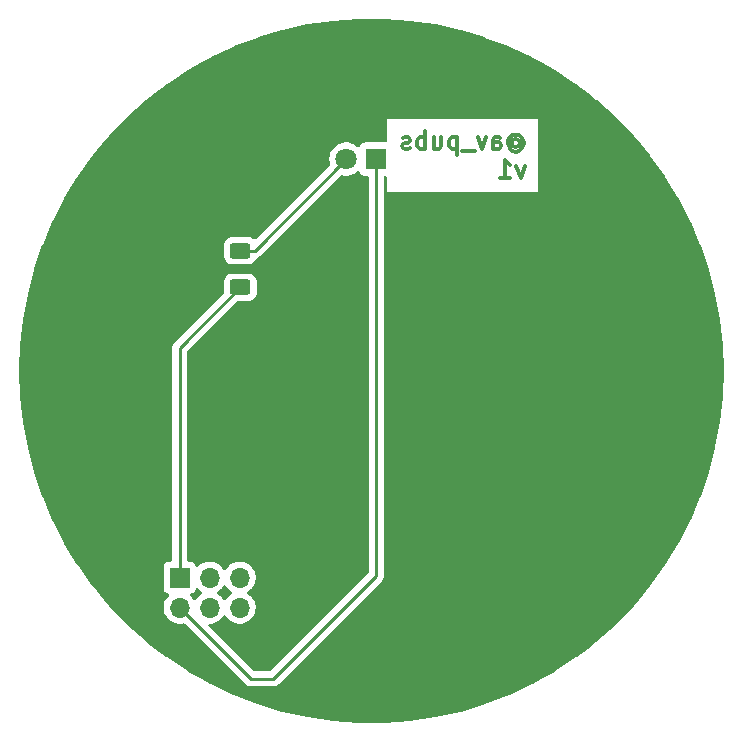
<source format=gbr>
G04 #@! TF.GenerationSoftware,KiCad,Pcbnew,(6.99.0-2452-gdb4f2d9dd8)*
G04 #@! TF.CreationDate,2022-08-02T22:01:28-05:00*
G04 #@! TF.ProjectId,TofG,546f6647-2e6b-4696-9361-645f70636258,rev?*
G04 #@! TF.SameCoordinates,Original*
G04 #@! TF.FileFunction,Copper,L2,Bot*
G04 #@! TF.FilePolarity,Positive*
%FSLAX46Y46*%
G04 Gerber Fmt 4.6, Leading zero omitted, Abs format (unit mm)*
G04 Created by KiCad (PCBNEW (6.99.0-2452-gdb4f2d9dd8)) date 2022-08-02 22:01:28*
%MOMM*%
%LPD*%
G01*
G04 APERTURE LIST*
G04 Aperture macros list*
%AMRoundRect*
0 Rectangle with rounded corners*
0 $1 Rounding radius*
0 $2 $3 $4 $5 $6 $7 $8 $9 X,Y pos of 4 corners*
0 Add a 4 corners polygon primitive as box body*
4,1,4,$2,$3,$4,$5,$6,$7,$8,$9,$2,$3,0*
0 Add four circle primitives for the rounded corners*
1,1,$1+$1,$2,$3*
1,1,$1+$1,$4,$5*
1,1,$1+$1,$6,$7*
1,1,$1+$1,$8,$9*
0 Add four rect primitives between the rounded corners*
20,1,$1+$1,$2,$3,$4,$5,0*
20,1,$1+$1,$4,$5,$6,$7,0*
20,1,$1+$1,$6,$7,$8,$9,0*
20,1,$1+$1,$8,$9,$2,$3,0*%
G04 Aperture macros list end*
%ADD10C,0.300000*%
G04 #@! TA.AperFunction,NonConductor*
%ADD11C,0.300000*%
G04 #@! TD*
G04 #@! TA.AperFunction,ComponentPad*
%ADD12C,1.800000*%
G04 #@! TD*
G04 #@! TA.AperFunction,ComponentPad*
%ADD13R,1.800000X1.800000*%
G04 #@! TD*
G04 #@! TA.AperFunction,ComponentPad*
%ADD14O,1.700000X1.700000*%
G04 #@! TD*
G04 #@! TA.AperFunction,ComponentPad*
%ADD15R,1.700000X1.700000*%
G04 #@! TD*
G04 #@! TA.AperFunction,SMDPad,CuDef*
%ADD16RoundRect,0.250000X-0.625000X0.400000X-0.625000X-0.400000X0.625000X-0.400000X0.625000X0.400000X0*%
G04 #@! TD*
G04 #@! TA.AperFunction,Conductor*
%ADD17C,0.250000*%
G04 #@! TD*
G04 APERTURE END LIST*
D10*
D11*
X81414285Y-58929285D02*
X81485714Y-58857857D01*
X81485714Y-58857857D02*
X81628571Y-58786428D01*
X81628571Y-58786428D02*
X81771428Y-58786428D01*
X81771428Y-58786428D02*
X81914285Y-58857857D01*
X81914285Y-58857857D02*
X81985714Y-58929285D01*
X81985714Y-58929285D02*
X82057142Y-59072142D01*
X82057142Y-59072142D02*
X82057142Y-59215000D01*
X82057142Y-59215000D02*
X81985714Y-59357857D01*
X81985714Y-59357857D02*
X81914285Y-59429285D01*
X81914285Y-59429285D02*
X81771428Y-59500714D01*
X81771428Y-59500714D02*
X81628571Y-59500714D01*
X81628571Y-59500714D02*
X81485714Y-59429285D01*
X81485714Y-59429285D02*
X81414285Y-59357857D01*
X81414285Y-58786428D02*
X81414285Y-59357857D01*
X81414285Y-59357857D02*
X81342857Y-59429285D01*
X81342857Y-59429285D02*
X81271428Y-59429285D01*
X81271428Y-59429285D02*
X81128571Y-59357857D01*
X81128571Y-59357857D02*
X81057142Y-59215000D01*
X81057142Y-59215000D02*
X81057142Y-58857857D01*
X81057142Y-58857857D02*
X81200000Y-58643571D01*
X81200000Y-58643571D02*
X81414285Y-58500714D01*
X81414285Y-58500714D02*
X81700000Y-58429285D01*
X81700000Y-58429285D02*
X81985714Y-58500714D01*
X81985714Y-58500714D02*
X82200000Y-58643571D01*
X82200000Y-58643571D02*
X82342857Y-58857857D01*
X82342857Y-58857857D02*
X82414285Y-59143571D01*
X82414285Y-59143571D02*
X82342857Y-59429285D01*
X82342857Y-59429285D02*
X82200000Y-59643571D01*
X82200000Y-59643571D02*
X81985714Y-59786428D01*
X81985714Y-59786428D02*
X81700000Y-59857857D01*
X81700000Y-59857857D02*
X81414285Y-59786428D01*
X81414285Y-59786428D02*
X81200000Y-59643571D01*
X79771429Y-59643571D02*
X79771429Y-58857857D01*
X79771429Y-58857857D02*
X79842857Y-58715000D01*
X79842857Y-58715000D02*
X79985714Y-58643571D01*
X79985714Y-58643571D02*
X80271429Y-58643571D01*
X80271429Y-58643571D02*
X80414286Y-58715000D01*
X79771429Y-59572142D02*
X79914286Y-59643571D01*
X79914286Y-59643571D02*
X80271429Y-59643571D01*
X80271429Y-59643571D02*
X80414286Y-59572142D01*
X80414286Y-59572142D02*
X80485714Y-59429285D01*
X80485714Y-59429285D02*
X80485714Y-59286428D01*
X80485714Y-59286428D02*
X80414286Y-59143571D01*
X80414286Y-59143571D02*
X80271429Y-59072142D01*
X80271429Y-59072142D02*
X79914286Y-59072142D01*
X79914286Y-59072142D02*
X79771429Y-59000714D01*
X79200000Y-58643571D02*
X78842857Y-59643571D01*
X78842857Y-59643571D02*
X78485714Y-58643571D01*
X78271429Y-59786428D02*
X77128571Y-59786428D01*
X76771429Y-58643571D02*
X76771429Y-60143571D01*
X76771429Y-58715000D02*
X76628572Y-58643571D01*
X76628572Y-58643571D02*
X76342857Y-58643571D01*
X76342857Y-58643571D02*
X76200000Y-58715000D01*
X76200000Y-58715000D02*
X76128572Y-58786428D01*
X76128572Y-58786428D02*
X76057143Y-58929285D01*
X76057143Y-58929285D02*
X76057143Y-59357857D01*
X76057143Y-59357857D02*
X76128572Y-59500714D01*
X76128572Y-59500714D02*
X76200000Y-59572142D01*
X76200000Y-59572142D02*
X76342857Y-59643571D01*
X76342857Y-59643571D02*
X76628572Y-59643571D01*
X76628572Y-59643571D02*
X76771429Y-59572142D01*
X74771429Y-58643571D02*
X74771429Y-59643571D01*
X75414286Y-58643571D02*
X75414286Y-59429285D01*
X75414286Y-59429285D02*
X75342857Y-59572142D01*
X75342857Y-59572142D02*
X75200000Y-59643571D01*
X75200000Y-59643571D02*
X74985714Y-59643571D01*
X74985714Y-59643571D02*
X74842857Y-59572142D01*
X74842857Y-59572142D02*
X74771429Y-59500714D01*
X74057143Y-59643571D02*
X74057143Y-58143571D01*
X74057143Y-58715000D02*
X73914286Y-58643571D01*
X73914286Y-58643571D02*
X73628571Y-58643571D01*
X73628571Y-58643571D02*
X73485714Y-58715000D01*
X73485714Y-58715000D02*
X73414286Y-58786428D01*
X73414286Y-58786428D02*
X73342857Y-58929285D01*
X73342857Y-58929285D02*
X73342857Y-59357857D01*
X73342857Y-59357857D02*
X73414286Y-59500714D01*
X73414286Y-59500714D02*
X73485714Y-59572142D01*
X73485714Y-59572142D02*
X73628571Y-59643571D01*
X73628571Y-59643571D02*
X73914286Y-59643571D01*
X73914286Y-59643571D02*
X74057143Y-59572142D01*
X72771428Y-59572142D02*
X72628571Y-59643571D01*
X72628571Y-59643571D02*
X72342857Y-59643571D01*
X72342857Y-59643571D02*
X72200000Y-59572142D01*
X72200000Y-59572142D02*
X72128571Y-59429285D01*
X72128571Y-59429285D02*
X72128571Y-59357857D01*
X72128571Y-59357857D02*
X72200000Y-59215000D01*
X72200000Y-59215000D02*
X72342857Y-59143571D01*
X72342857Y-59143571D02*
X72557143Y-59143571D01*
X72557143Y-59143571D02*
X72700000Y-59072142D01*
X72700000Y-59072142D02*
X72771428Y-58929285D01*
X72771428Y-58929285D02*
X72771428Y-58857857D01*
X72771428Y-58857857D02*
X72700000Y-58715000D01*
X72700000Y-58715000D02*
X72557143Y-58643571D01*
X72557143Y-58643571D02*
X72342857Y-58643571D01*
X72342857Y-58643571D02*
X72200000Y-58715000D01*
X82485714Y-61073571D02*
X82128571Y-62073571D01*
X82128571Y-62073571D02*
X81771428Y-61073571D01*
X80414285Y-62073571D02*
X81271428Y-62073571D01*
X80842857Y-62073571D02*
X80842857Y-60573571D01*
X80842857Y-60573571D02*
X80985714Y-60787857D01*
X80985714Y-60787857D02*
X81128571Y-60930714D01*
X81128571Y-60930714D02*
X81271428Y-61002142D01*
D12*
X67360000Y-60500000D03*
D13*
X69899999Y-60499999D03*
D14*
X58339999Y-98469999D03*
X58339999Y-95929999D03*
X55799999Y-98469999D03*
X55799999Y-95929999D03*
X53259999Y-98469999D03*
D15*
X53259999Y-95929999D03*
D16*
X58400000Y-68250000D03*
X58400000Y-71350000D03*
D17*
X69900000Y-95800000D02*
X61200000Y-104500000D01*
X69900000Y-60500000D02*
X69900000Y-95800000D01*
X59290000Y-104500000D02*
X53260000Y-98470000D01*
X61200000Y-104500000D02*
X59290000Y-104500000D01*
X58400000Y-68250000D02*
X59610000Y-68250000D01*
X59610000Y-68250000D02*
X67360000Y-60500000D01*
X53260000Y-95930000D02*
X53260000Y-76490000D01*
X53260000Y-76490000D02*
X58400000Y-71350000D01*
G04 #@! TA.AperFunction,NonConductor*
G36*
X54783439Y-96841388D02*
G01*
X54815755Y-96866638D01*
X54836526Y-96889201D01*
X54876760Y-96932906D01*
X55054424Y-97071189D01*
X55059005Y-97073668D01*
X55087680Y-97089186D01*
X55138071Y-97139199D01*
X55153423Y-97208516D01*
X55128863Y-97275129D01*
X55087681Y-97310813D01*
X55054424Y-97328811D01*
X55050313Y-97332010D01*
X55050311Y-97332012D01*
X54895861Y-97452227D01*
X54876760Y-97467094D01*
X54873228Y-97470931D01*
X54727806Y-97628899D01*
X54727803Y-97628903D01*
X54724278Y-97632732D01*
X54721427Y-97637096D01*
X54635483Y-97768643D01*
X54581479Y-97814732D01*
X54511132Y-97824307D01*
X54446774Y-97794330D01*
X54424517Y-97768643D01*
X54338573Y-97637096D01*
X54335722Y-97632732D01*
X54332197Y-97628903D01*
X54332194Y-97628899D01*
X54192525Y-97477180D01*
X54161104Y-97413515D01*
X54169091Y-97342969D01*
X54213949Y-97287940D01*
X54241191Y-97273787D01*
X54356204Y-97230889D01*
X54368536Y-97221658D01*
X54466050Y-97148659D01*
X54473261Y-97143261D01*
X54560889Y-97026204D01*
X54604998Y-96907944D01*
X54647545Y-96851108D01*
X54714065Y-96826297D01*
X54783439Y-96841388D01*
G37*
G04 #@! TD.AperFunction*
G04 #@! TA.AperFunction,NonConductor*
G36*
X57153226Y-96605670D02*
G01*
X57175483Y-96631357D01*
X57264278Y-96767268D01*
X57267803Y-96771097D01*
X57267806Y-96771101D01*
X57332511Y-96841388D01*
X57416760Y-96932906D01*
X57594424Y-97071189D01*
X57599005Y-97073668D01*
X57627680Y-97089186D01*
X57678071Y-97139199D01*
X57693423Y-97208516D01*
X57668863Y-97275129D01*
X57627681Y-97310813D01*
X57594424Y-97328811D01*
X57590313Y-97332010D01*
X57590311Y-97332012D01*
X57435861Y-97452227D01*
X57416760Y-97467094D01*
X57413228Y-97470931D01*
X57267806Y-97628899D01*
X57267803Y-97628903D01*
X57264278Y-97632732D01*
X57261427Y-97637096D01*
X57175483Y-97768643D01*
X57121479Y-97814732D01*
X57051132Y-97824307D01*
X56986774Y-97794330D01*
X56964517Y-97768643D01*
X56878573Y-97637096D01*
X56875722Y-97632732D01*
X56872197Y-97628903D01*
X56872194Y-97628899D01*
X56726772Y-97470931D01*
X56723240Y-97467094D01*
X56704139Y-97452227D01*
X56549689Y-97332012D01*
X56549687Y-97332010D01*
X56545576Y-97328811D01*
X56512320Y-97310814D01*
X56461929Y-97260801D01*
X56446577Y-97191484D01*
X56471137Y-97124871D01*
X56512320Y-97089186D01*
X56540995Y-97073668D01*
X56545576Y-97071189D01*
X56723240Y-96932906D01*
X56807489Y-96841388D01*
X56872194Y-96771101D01*
X56872197Y-96771097D01*
X56875722Y-96767268D01*
X56964517Y-96631357D01*
X57018521Y-96585268D01*
X57088868Y-96575693D01*
X57153226Y-96605670D01*
G37*
G04 #@! TD.AperFunction*
G04 #@! TA.AperFunction,NonConductor*
G36*
X70563030Y-48619918D02*
G01*
X70577708Y-48620186D01*
X70586953Y-48620355D01*
X70591549Y-48620523D01*
X70615456Y-48621834D01*
X70617718Y-48621979D01*
X72733557Y-48776838D01*
X72735839Y-48777026D01*
X72750332Y-48778353D01*
X72759665Y-48779208D01*
X72764240Y-48779712D01*
X72787940Y-48782759D01*
X72790219Y-48783073D01*
X74889107Y-49091966D01*
X74891378Y-49092321D01*
X74914988Y-49096237D01*
X74919516Y-49097074D01*
X74942849Y-49101826D01*
X74945100Y-49102305D01*
X77015973Y-49563612D01*
X77018214Y-49564133D01*
X77041391Y-49569742D01*
X77045847Y-49570907D01*
X77068810Y-49577361D01*
X77071017Y-49578003D01*
X79102606Y-50189216D01*
X79104804Y-50189899D01*
X79127588Y-50197210D01*
X79131924Y-50198689D01*
X79154407Y-50206821D01*
X79156562Y-50207623D01*
X81138083Y-50965491D01*
X81140222Y-50966332D01*
X81162389Y-50975277D01*
X81166628Y-50977078D01*
X81188464Y-50986832D01*
X81190557Y-50987790D01*
X83111455Y-51888270D01*
X83113506Y-51889254D01*
X83135004Y-51899815D01*
X83139072Y-51901907D01*
X83160141Y-51913231D01*
X83162157Y-51914338D01*
X83846244Y-52298266D01*
X85012253Y-52952662D01*
X85014156Y-52953753D01*
X85028105Y-52961920D01*
X85034844Y-52965866D01*
X85038732Y-52968238D01*
X85059040Y-52981147D01*
X85060758Y-52982261D01*
X86396061Y-53865689D01*
X86830182Y-54152901D01*
X86832088Y-54154188D01*
X86851797Y-54167751D01*
X86855525Y-54170417D01*
X86872214Y-54182824D01*
X86874714Y-54184683D01*
X86876546Y-54186071D01*
X87799463Y-54898724D01*
X88555767Y-55482723D01*
X88557547Y-55484124D01*
X88576182Y-55499065D01*
X88579697Y-55501990D01*
X88596066Y-55516126D01*
X88597792Y-55517617D01*
X88599517Y-55519135D01*
X90179549Y-56934850D01*
X90181248Y-56936400D01*
X90198784Y-56952699D01*
X90202098Y-56955895D01*
X90218969Y-56972766D01*
X90220582Y-56974408D01*
X91693075Y-58501699D01*
X91694655Y-58503368D01*
X91710943Y-58520891D01*
X91713993Y-58524294D01*
X91729653Y-58542427D01*
X91731088Y-58544120D01*
X92283735Y-59208194D01*
X93088210Y-60174872D01*
X93089665Y-60176655D01*
X93104592Y-60195273D01*
X93107404Y-60198914D01*
X93121687Y-60218126D01*
X93122968Y-60219882D01*
X94320113Y-61893182D01*
X94357430Y-61945342D01*
X94358748Y-61947221D01*
X94366926Y-61959104D01*
X94372315Y-61966934D01*
X94374847Y-61970761D01*
X94387694Y-61990974D01*
X94388908Y-61992923D01*
X95494054Y-63803773D01*
X95495236Y-63805750D01*
X95507340Y-63826424D01*
X95509589Y-63830432D01*
X95520885Y-63851448D01*
X95521958Y-63853488D01*
X96492002Y-65740236D01*
X96493036Y-65742294D01*
X96503584Y-65763766D01*
X96505538Y-65767933D01*
X96515280Y-65789743D01*
X96516199Y-65791852D01*
X97345941Y-67744399D01*
X97346821Y-67746525D01*
X97355754Y-67768661D01*
X97357398Y-67772958D01*
X97365545Y-67795483D01*
X97366308Y-67797656D01*
X98051292Y-69805508D01*
X98052015Y-69807692D01*
X98059317Y-69830447D01*
X98060645Y-69834861D01*
X98067091Y-69857801D01*
X98067692Y-69860016D01*
X98604312Y-71912610D01*
X98604873Y-71914839D01*
X98610497Y-71938075D01*
X98611491Y-71942540D01*
X98615206Y-71960781D01*
X98616260Y-71965956D01*
X98616698Y-71968211D01*
X99002050Y-74054475D01*
X99002447Y-74056738D01*
X99006362Y-74080341D01*
X99007021Y-74084814D01*
X99010067Y-74108507D01*
X99010339Y-74110789D01*
X99242379Y-76219643D01*
X99242610Y-76221933D01*
X99244788Y-76245715D01*
X99245124Y-76250306D01*
X99246431Y-76274138D01*
X99246536Y-76276436D01*
X99324019Y-78396558D01*
X99324082Y-78398857D01*
X99324519Y-78422757D01*
X99324519Y-78427363D01*
X99324082Y-78451263D01*
X99324019Y-78453562D01*
X99246536Y-80573684D01*
X99246431Y-80575982D01*
X99245124Y-80599814D01*
X99244788Y-80604405D01*
X99242610Y-80628187D01*
X99242379Y-80630477D01*
X99010339Y-82739331D01*
X99010073Y-82741560D01*
X99007021Y-82765306D01*
X99006362Y-82769779D01*
X99002967Y-82790246D01*
X99002447Y-82793382D01*
X99002050Y-82795645D01*
X98616698Y-84881909D01*
X98616260Y-84884164D01*
X98611491Y-84907580D01*
X98610497Y-84912045D01*
X98604873Y-84935281D01*
X98604312Y-84937510D01*
X98067692Y-86990104D01*
X98067091Y-86992319D01*
X98060645Y-87015259D01*
X98059317Y-87019673D01*
X98052015Y-87042428D01*
X98051292Y-87044612D01*
X97366308Y-89052464D01*
X97365545Y-89054637D01*
X97357398Y-89077162D01*
X97355754Y-89081459D01*
X97346821Y-89103595D01*
X97345941Y-89105721D01*
X96516199Y-91058268D01*
X96515280Y-91060377D01*
X96505538Y-91082187D01*
X96503584Y-91086354D01*
X96493036Y-91107826D01*
X96492002Y-91109884D01*
X95521958Y-92996632D01*
X95520885Y-92998672D01*
X95509589Y-93019688D01*
X95507340Y-93023696D01*
X95495236Y-93044370D01*
X95494054Y-93046347D01*
X94388908Y-94857197D01*
X94387694Y-94859146D01*
X94374847Y-94879359D01*
X94372315Y-94883186D01*
X94366926Y-94891016D01*
X94358748Y-94902899D01*
X94357433Y-94904774D01*
X93122968Y-96630238D01*
X93121687Y-96631994D01*
X93107404Y-96651206D01*
X93104592Y-96654847D01*
X93089665Y-96673465D01*
X93088218Y-96675238D01*
X92131956Y-97824307D01*
X91731088Y-98306000D01*
X91729653Y-98307693D01*
X91713993Y-98325826D01*
X91710943Y-98329229D01*
X91694655Y-98346752D01*
X91693075Y-98348421D01*
X90220582Y-99875712D01*
X90218969Y-99877354D01*
X90202098Y-99894225D01*
X90198784Y-99897421D01*
X90181248Y-99913720D01*
X90179549Y-99915270D01*
X88599517Y-101330985D01*
X88597792Y-101332503D01*
X88579697Y-101348130D01*
X88576182Y-101351055D01*
X88557547Y-101365996D01*
X88555767Y-101367397D01*
X87799463Y-101951396D01*
X86876546Y-102664049D01*
X86874714Y-102665437D01*
X86855525Y-102679703D01*
X86851797Y-102682369D01*
X86832088Y-102695932D01*
X86830182Y-102697219D01*
X85060758Y-103867859D01*
X85059040Y-103868973D01*
X85038732Y-103881882D01*
X85034844Y-103884254D01*
X85014156Y-103896367D01*
X85012253Y-103897458D01*
X83846244Y-104551854D01*
X83162157Y-104935782D01*
X83160141Y-104936889D01*
X83139072Y-104948213D01*
X83135004Y-104950305D01*
X83116560Y-104959366D01*
X83113527Y-104960856D01*
X83111455Y-104961850D01*
X81190557Y-105862330D01*
X81188464Y-105863288D01*
X81166628Y-105873042D01*
X81162389Y-105874843D01*
X81140222Y-105883788D01*
X81138083Y-105884629D01*
X79156562Y-106642497D01*
X79154409Y-106643298D01*
X79131924Y-106651431D01*
X79127588Y-106652910D01*
X79104804Y-106660221D01*
X79102606Y-106660904D01*
X77071017Y-107272117D01*
X77068810Y-107272759D01*
X77045847Y-107279213D01*
X77041391Y-107280378D01*
X77018214Y-107285987D01*
X77015973Y-107286508D01*
X74945100Y-107747815D01*
X74942849Y-107748294D01*
X74919516Y-107753046D01*
X74914988Y-107753883D01*
X74891378Y-107757799D01*
X74889107Y-107758154D01*
X72790219Y-108067047D01*
X72787940Y-108067361D01*
X72764240Y-108070408D01*
X72759665Y-108070912D01*
X72750332Y-108071767D01*
X72735839Y-108073094D01*
X72733560Y-108073282D01*
X70617718Y-108228141D01*
X70615456Y-108228286D01*
X70591549Y-108229597D01*
X70586953Y-108229765D01*
X70577708Y-108229934D01*
X70563030Y-108230202D01*
X70560731Y-108230223D01*
X68439269Y-108230223D01*
X68436970Y-108230202D01*
X68422292Y-108229934D01*
X68413047Y-108229765D01*
X68408451Y-108229597D01*
X68384544Y-108228286D01*
X68382282Y-108228141D01*
X66266440Y-108073282D01*
X66264161Y-108073094D01*
X66249668Y-108071767D01*
X66240335Y-108070912D01*
X66235760Y-108070408D01*
X66212060Y-108067361D01*
X66209781Y-108067047D01*
X64110893Y-107758154D01*
X64108622Y-107757799D01*
X64085012Y-107753883D01*
X64080484Y-107753046D01*
X64057151Y-107748294D01*
X64054900Y-107747815D01*
X61984027Y-107286508D01*
X61981786Y-107285987D01*
X61958609Y-107280378D01*
X61954153Y-107279213D01*
X61931190Y-107272759D01*
X61928983Y-107272117D01*
X59897394Y-106660904D01*
X59895196Y-106660221D01*
X59872412Y-106652910D01*
X59868076Y-106651431D01*
X59845591Y-106643298D01*
X59843438Y-106642497D01*
X57861917Y-105884629D01*
X57859778Y-105883788D01*
X57837611Y-105874843D01*
X57833372Y-105873042D01*
X57811536Y-105863288D01*
X57809443Y-105862330D01*
X55888545Y-104961850D01*
X55886473Y-104960856D01*
X55883440Y-104959366D01*
X55864996Y-104950305D01*
X55860928Y-104948213D01*
X55839859Y-104936889D01*
X55837843Y-104935782D01*
X55153756Y-104551854D01*
X53987747Y-103897458D01*
X53985844Y-103896367D01*
X53965156Y-103884254D01*
X53961268Y-103881882D01*
X53940960Y-103868973D01*
X53939242Y-103867859D01*
X52169818Y-102697219D01*
X52167912Y-102695932D01*
X52148203Y-102682369D01*
X52144475Y-102679703D01*
X52125286Y-102665437D01*
X52123454Y-102664049D01*
X51200537Y-101951396D01*
X50444233Y-101367397D01*
X50442453Y-101365996D01*
X50423818Y-101351055D01*
X50420303Y-101348130D01*
X50402208Y-101332503D01*
X50400483Y-101330985D01*
X48820451Y-99915270D01*
X48818752Y-99913720D01*
X48801216Y-99897421D01*
X48797902Y-99894225D01*
X48781031Y-99877354D01*
X48779418Y-99875712D01*
X47424142Y-98470000D01*
X51896844Y-98470000D01*
X51915436Y-98694368D01*
X51970704Y-98912616D01*
X52061140Y-99118791D01*
X52063990Y-99123153D01*
X52063992Y-99123157D01*
X52065535Y-99125518D01*
X52184278Y-99307268D01*
X52187803Y-99311097D01*
X52187806Y-99311101D01*
X52289360Y-99421417D01*
X52336760Y-99472906D01*
X52514424Y-99611189D01*
X52712426Y-99718342D01*
X52925365Y-99791444D01*
X52930499Y-99792301D01*
X52930504Y-99792302D01*
X53142294Y-99827643D01*
X53142296Y-99827643D01*
X53147431Y-99828500D01*
X53372569Y-99828500D01*
X53377704Y-99827643D01*
X53377706Y-99827643D01*
X53589501Y-99792301D01*
X53589504Y-99792300D01*
X53594635Y-99791444D01*
X53597924Y-99790315D01*
X53668364Y-99792965D01*
X53717442Y-99823346D01*
X58786348Y-104892253D01*
X58793888Y-104900539D01*
X58798000Y-104907018D01*
X58803777Y-104912443D01*
X58847651Y-104953643D01*
X58850493Y-104956398D01*
X58870230Y-104976135D01*
X58873427Y-104978615D01*
X58882447Y-104986318D01*
X58914679Y-105016586D01*
X58921625Y-105020405D01*
X58921628Y-105020407D01*
X58932434Y-105026348D01*
X58948953Y-105037199D01*
X58964959Y-105049614D01*
X58972228Y-105052759D01*
X58972232Y-105052762D01*
X59005537Y-105067174D01*
X59016187Y-105072391D01*
X59054940Y-105093695D01*
X59062615Y-105095666D01*
X59062616Y-105095666D01*
X59074562Y-105098733D01*
X59093267Y-105105137D01*
X59111855Y-105113181D01*
X59119678Y-105114420D01*
X59119688Y-105114423D01*
X59155524Y-105120099D01*
X59167144Y-105122505D01*
X59198959Y-105130673D01*
X59209970Y-105133500D01*
X59230224Y-105133500D01*
X59249934Y-105135051D01*
X59269943Y-105138220D01*
X59277835Y-105137474D01*
X59296580Y-105135702D01*
X59313962Y-105134059D01*
X59325819Y-105133500D01*
X61121233Y-105133500D01*
X61132416Y-105134027D01*
X61139909Y-105135702D01*
X61147835Y-105135453D01*
X61147836Y-105135453D01*
X61207986Y-105133562D01*
X61211945Y-105133500D01*
X61239856Y-105133500D01*
X61243791Y-105133003D01*
X61243856Y-105132995D01*
X61255693Y-105132062D01*
X61287951Y-105131048D01*
X61291970Y-105130922D01*
X61299889Y-105130673D01*
X61319343Y-105125021D01*
X61338700Y-105121013D01*
X61350930Y-105119468D01*
X61350931Y-105119468D01*
X61358797Y-105118474D01*
X61366168Y-105115555D01*
X61366170Y-105115555D01*
X61399912Y-105102196D01*
X61411142Y-105098351D01*
X61445983Y-105088229D01*
X61445984Y-105088229D01*
X61453593Y-105086018D01*
X61460412Y-105081985D01*
X61460417Y-105081983D01*
X61471028Y-105075707D01*
X61488776Y-105067012D01*
X61507617Y-105059552D01*
X61543387Y-105033564D01*
X61553307Y-105027048D01*
X61584535Y-105008580D01*
X61584538Y-105008578D01*
X61591362Y-105004542D01*
X61605683Y-104990221D01*
X61620717Y-104977380D01*
X61630694Y-104970131D01*
X61637107Y-104965472D01*
X61665298Y-104931395D01*
X61673288Y-104922616D01*
X70292253Y-96303652D01*
X70300539Y-96296112D01*
X70307018Y-96292000D01*
X70353644Y-96242348D01*
X70356398Y-96239507D01*
X70376135Y-96219770D01*
X70378615Y-96216573D01*
X70386320Y-96207551D01*
X70411159Y-96181100D01*
X70416586Y-96175321D01*
X70420405Y-96168375D01*
X70420407Y-96168372D01*
X70426348Y-96157566D01*
X70437199Y-96141047D01*
X70444758Y-96131301D01*
X70449614Y-96125041D01*
X70452759Y-96117772D01*
X70452762Y-96117768D01*
X70467174Y-96084463D01*
X70472391Y-96073813D01*
X70493695Y-96035060D01*
X70498733Y-96015437D01*
X70505137Y-95996734D01*
X70510033Y-95985420D01*
X70510033Y-95985419D01*
X70513181Y-95978145D01*
X70514420Y-95970322D01*
X70514423Y-95970312D01*
X70520099Y-95934476D01*
X70522505Y-95922856D01*
X70531528Y-95887711D01*
X70531528Y-95887710D01*
X70533500Y-95880030D01*
X70533500Y-95859776D01*
X70535051Y-95840065D01*
X70536980Y-95827886D01*
X70538220Y-95820057D01*
X70534059Y-95776038D01*
X70533500Y-95764181D01*
X70533500Y-62034500D01*
X70553502Y-61966379D01*
X70607158Y-61919886D01*
X70659500Y-61908500D01*
X70683357Y-61908500D01*
X70751478Y-61928502D01*
X70797971Y-61982158D01*
X70809357Y-62034500D01*
X70809357Y-63283500D01*
X83583500Y-63283500D01*
X83583500Y-57136500D01*
X70809357Y-57136500D01*
X70809357Y-58965500D01*
X70789355Y-59033621D01*
X70735699Y-59080114D01*
X70683357Y-59091500D01*
X68951362Y-59091500D01*
X68948015Y-59091860D01*
X68948012Y-59091860D01*
X68927705Y-59094043D01*
X68890799Y-59098011D01*
X68753796Y-59149111D01*
X68636739Y-59236739D01*
X68631341Y-59243950D01*
X68556991Y-59343270D01*
X68549111Y-59353796D01*
X68545961Y-59362240D01*
X68545961Y-59362241D01*
X68525638Y-59416726D01*
X68483091Y-59473561D01*
X68416571Y-59498371D01*
X68347197Y-59483279D01*
X68322248Y-59465395D01*
X68320747Y-59464014D01*
X68317220Y-59460182D01*
X68133017Y-59316810D01*
X67998383Y-59243950D01*
X67932312Y-59208194D01*
X67932309Y-59208193D01*
X67927727Y-59205713D01*
X67706951Y-59129920D01*
X67701817Y-59129063D01*
X67701812Y-59129062D01*
X67481849Y-59092357D01*
X67481846Y-59092357D01*
X67476712Y-59091500D01*
X67243288Y-59091500D01*
X67238154Y-59092357D01*
X67238151Y-59092357D01*
X67018188Y-59129062D01*
X67018183Y-59129063D01*
X67013049Y-59129920D01*
X66792273Y-59205713D01*
X66787691Y-59208193D01*
X66787688Y-59208194D01*
X66721617Y-59243950D01*
X66586983Y-59316810D01*
X66582872Y-59320009D01*
X66582870Y-59320011D01*
X66406898Y-59456976D01*
X66406892Y-59456981D01*
X66402780Y-59460182D01*
X66399248Y-59464019D01*
X66248214Y-59628084D01*
X66248211Y-59628088D01*
X66244686Y-59631917D01*
X66117016Y-59827331D01*
X66023251Y-60041093D01*
X66021973Y-60046141D01*
X66021971Y-60046146D01*
X65967230Y-60262315D01*
X65965949Y-60267374D01*
X65946673Y-60500000D01*
X65965949Y-60732626D01*
X65967228Y-60737676D01*
X66002026Y-60875094D01*
X65999358Y-60946041D01*
X65968976Y-60995120D01*
X59694984Y-67269112D01*
X59632672Y-67303138D01*
X59561857Y-67298073D01*
X59516794Y-67269112D01*
X59498652Y-67250970D01*
X59347738Y-67157885D01*
X59284193Y-67136829D01*
X59185952Y-67104275D01*
X59185948Y-67104274D01*
X59179426Y-67102113D01*
X59172592Y-67101415D01*
X59172588Y-67101414D01*
X59078729Y-67091825D01*
X59078723Y-67091825D01*
X59075545Y-67091500D01*
X58400106Y-67091500D01*
X57724456Y-67091501D01*
X57721279Y-67091826D01*
X57721270Y-67091826D01*
X57672533Y-67096805D01*
X57620574Y-67102113D01*
X57452262Y-67157885D01*
X57301348Y-67250970D01*
X57175970Y-67376348D01*
X57082885Y-67527262D01*
X57027113Y-67695574D01*
X57026415Y-67702408D01*
X57026414Y-67702412D01*
X57019646Y-67768661D01*
X57016500Y-67799455D01*
X57016501Y-68700544D01*
X57016826Y-68703721D01*
X57016826Y-68703730D01*
X57020554Y-68740221D01*
X57027113Y-68804426D01*
X57082885Y-68972738D01*
X57175970Y-69123652D01*
X57301348Y-69249030D01*
X57452262Y-69342115D01*
X57515807Y-69363171D01*
X57614048Y-69395725D01*
X57614052Y-69395726D01*
X57620574Y-69397887D01*
X57627408Y-69398585D01*
X57627412Y-69398586D01*
X57721271Y-69408175D01*
X57721277Y-69408175D01*
X57724455Y-69408500D01*
X58399894Y-69408500D01*
X59075544Y-69408499D01*
X59078721Y-69408174D01*
X59078730Y-69408174D01*
X59127467Y-69403195D01*
X59179426Y-69397887D01*
X59347738Y-69342115D01*
X59498652Y-69249030D01*
X59624030Y-69123652D01*
X59717115Y-68972738D01*
X59719422Y-68965775D01*
X59719425Y-68965769D01*
X59730569Y-68932139D01*
X59770983Y-68873767D01*
X59803787Y-68854621D01*
X59809909Y-68852197D01*
X59821142Y-68848351D01*
X59855983Y-68838229D01*
X59855984Y-68838229D01*
X59863593Y-68836018D01*
X59870412Y-68831985D01*
X59870417Y-68831983D01*
X59881028Y-68825707D01*
X59898776Y-68817012D01*
X59917617Y-68809552D01*
X59924673Y-68804426D01*
X59953387Y-68783564D01*
X59963307Y-68777048D01*
X59994535Y-68758580D01*
X59994538Y-68758578D01*
X60001362Y-68754542D01*
X60015683Y-68740221D01*
X60030717Y-68727380D01*
X60040694Y-68720131D01*
X60047107Y-68715472D01*
X60075298Y-68681395D01*
X60083288Y-68672616D01*
X66862723Y-61893182D01*
X66925035Y-61859156D01*
X66992731Y-61863105D01*
X67013049Y-61870080D01*
X67018183Y-61870937D01*
X67018188Y-61870938D01*
X67238151Y-61907643D01*
X67238154Y-61907643D01*
X67243288Y-61908500D01*
X67476712Y-61908500D01*
X67481846Y-61907643D01*
X67481849Y-61907643D01*
X67701812Y-61870938D01*
X67701817Y-61870937D01*
X67706951Y-61870080D01*
X67927727Y-61794287D01*
X67985059Y-61763261D01*
X68128436Y-61685669D01*
X68133017Y-61683190D01*
X68317220Y-61539818D01*
X68320747Y-61535986D01*
X68322248Y-61534605D01*
X68385914Y-61503185D01*
X68456459Y-61511174D01*
X68511487Y-61556034D01*
X68525638Y-61583274D01*
X68545961Y-61637759D01*
X68549111Y-61646204D01*
X68636739Y-61763261D01*
X68643950Y-61768659D01*
X68735999Y-61837566D01*
X68753796Y-61850889D01*
X68890799Y-61901989D01*
X68927705Y-61905957D01*
X68948012Y-61908140D01*
X68948015Y-61908140D01*
X68951362Y-61908500D01*
X69140500Y-61908500D01*
X69208621Y-61928502D01*
X69255114Y-61982158D01*
X69266500Y-62034500D01*
X69266500Y-95485406D01*
X69246498Y-95553527D01*
X69229595Y-95574501D01*
X60974500Y-103829595D01*
X60912188Y-103863621D01*
X60885405Y-103866500D01*
X59604594Y-103866500D01*
X59536473Y-103846498D01*
X59515499Y-103829595D01*
X55729500Y-100043595D01*
X55695474Y-99981283D01*
X55700539Y-99910467D01*
X55743086Y-99853632D01*
X55809606Y-99828821D01*
X55818595Y-99828500D01*
X55912569Y-99828500D01*
X55917704Y-99827643D01*
X55917706Y-99827643D01*
X56129496Y-99792302D01*
X56129501Y-99792301D01*
X56134635Y-99791444D01*
X56347574Y-99718342D01*
X56545576Y-99611189D01*
X56723240Y-99472906D01*
X56770640Y-99421417D01*
X56872194Y-99311101D01*
X56872197Y-99311097D01*
X56875722Y-99307268D01*
X56964517Y-99171357D01*
X57018521Y-99125268D01*
X57088868Y-99115693D01*
X57153226Y-99145670D01*
X57175483Y-99171357D01*
X57264278Y-99307268D01*
X57267803Y-99311097D01*
X57267806Y-99311101D01*
X57369360Y-99421417D01*
X57416760Y-99472906D01*
X57594424Y-99611189D01*
X57792426Y-99718342D01*
X58005365Y-99791444D01*
X58010499Y-99792301D01*
X58010504Y-99792302D01*
X58222294Y-99827643D01*
X58222296Y-99827643D01*
X58227431Y-99828500D01*
X58452569Y-99828500D01*
X58457704Y-99827643D01*
X58457706Y-99827643D01*
X58669496Y-99792302D01*
X58669501Y-99792301D01*
X58674635Y-99791444D01*
X58887574Y-99718342D01*
X59085576Y-99611189D01*
X59263240Y-99472906D01*
X59310640Y-99421417D01*
X59412194Y-99311101D01*
X59412197Y-99311097D01*
X59415722Y-99307268D01*
X59534465Y-99125518D01*
X59536008Y-99123157D01*
X59536010Y-99123153D01*
X59538860Y-99118791D01*
X59629296Y-98912616D01*
X59684564Y-98694368D01*
X59703156Y-98470000D01*
X59701976Y-98455763D01*
X59684995Y-98250828D01*
X59684994Y-98250823D01*
X59684564Y-98245632D01*
X59629296Y-98027384D01*
X59538860Y-97821209D01*
X59534629Y-97814732D01*
X59418573Y-97637096D01*
X59415722Y-97632732D01*
X59412197Y-97628903D01*
X59412194Y-97628899D01*
X59266772Y-97470931D01*
X59263240Y-97467094D01*
X59244139Y-97452227D01*
X59089689Y-97332012D01*
X59089687Y-97332010D01*
X59085576Y-97328811D01*
X59052320Y-97310814D01*
X59001929Y-97260801D01*
X58986577Y-97191484D01*
X59011137Y-97124871D01*
X59052320Y-97089186D01*
X59080995Y-97073668D01*
X59085576Y-97071189D01*
X59263240Y-96932906D01*
X59347489Y-96841388D01*
X59412194Y-96771101D01*
X59412197Y-96771097D01*
X59415722Y-96767268D01*
X59475848Y-96675238D01*
X59536008Y-96583157D01*
X59536010Y-96583153D01*
X59538860Y-96578791D01*
X59629296Y-96372616D01*
X59684564Y-96154368D01*
X59686476Y-96131301D01*
X59702726Y-95935189D01*
X59703156Y-95930000D01*
X59695704Y-95840065D01*
X59684995Y-95710828D01*
X59684994Y-95710823D01*
X59684564Y-95705632D01*
X59646046Y-95553527D01*
X59630578Y-95492446D01*
X59630578Y-95492445D01*
X59629296Y-95487384D01*
X59538860Y-95281209D01*
X59534629Y-95274732D01*
X59418573Y-95097096D01*
X59415722Y-95092732D01*
X59412197Y-95088903D01*
X59412194Y-95088899D01*
X59266772Y-94930931D01*
X59263240Y-94927094D01*
X59201911Y-94879359D01*
X59089689Y-94792012D01*
X59089687Y-94792010D01*
X59085576Y-94788811D01*
X58887574Y-94681658D01*
X58674635Y-94608556D01*
X58669501Y-94607699D01*
X58669496Y-94607698D01*
X58457706Y-94572357D01*
X58457704Y-94572357D01*
X58452569Y-94571500D01*
X58227431Y-94571500D01*
X58222296Y-94572357D01*
X58222294Y-94572357D01*
X58010504Y-94607698D01*
X58010499Y-94607699D01*
X58005365Y-94608556D01*
X57792426Y-94681658D01*
X57594424Y-94788811D01*
X57590313Y-94792010D01*
X57590311Y-94792012D01*
X57478089Y-94879359D01*
X57416760Y-94927094D01*
X57413228Y-94930931D01*
X57267806Y-95088899D01*
X57267803Y-95088903D01*
X57264278Y-95092732D01*
X57261427Y-95097096D01*
X57175483Y-95228643D01*
X57121479Y-95274732D01*
X57051132Y-95284307D01*
X56986774Y-95254330D01*
X56964517Y-95228643D01*
X56878573Y-95097096D01*
X56875722Y-95092732D01*
X56872197Y-95088903D01*
X56872194Y-95088899D01*
X56726772Y-94930931D01*
X56723240Y-94927094D01*
X56661911Y-94879359D01*
X56549689Y-94792012D01*
X56549687Y-94792010D01*
X56545576Y-94788811D01*
X56347574Y-94681658D01*
X56134635Y-94608556D01*
X56129501Y-94607699D01*
X56129496Y-94607698D01*
X55917706Y-94572357D01*
X55917704Y-94572357D01*
X55912569Y-94571500D01*
X55687431Y-94571500D01*
X55682296Y-94572357D01*
X55682294Y-94572357D01*
X55470504Y-94607698D01*
X55470499Y-94607699D01*
X55465365Y-94608556D01*
X55252426Y-94681658D01*
X55054424Y-94788811D01*
X55050313Y-94792010D01*
X55050311Y-94792012D01*
X54938089Y-94879359D01*
X54876760Y-94927094D01*
X54873228Y-94930931D01*
X54815755Y-94993362D01*
X54754901Y-95029933D01*
X54683937Y-95027798D01*
X54625392Y-94987636D01*
X54604998Y-94952056D01*
X54579319Y-94883207D01*
X54560889Y-94833796D01*
X54473261Y-94716739D01*
X54356204Y-94629111D01*
X54219201Y-94578011D01*
X54182295Y-94574043D01*
X54161988Y-94571860D01*
X54161985Y-94571860D01*
X54158638Y-94571500D01*
X54019500Y-94571500D01*
X53951379Y-94551498D01*
X53904886Y-94497842D01*
X53893500Y-94445500D01*
X53893500Y-76804594D01*
X53913502Y-76736473D01*
X53930405Y-76715499D01*
X58100499Y-72545405D01*
X58162811Y-72511379D01*
X58189594Y-72508500D01*
X59021250Y-72508499D01*
X59075544Y-72508499D01*
X59078721Y-72508174D01*
X59078730Y-72508174D01*
X59127467Y-72503195D01*
X59179426Y-72497887D01*
X59347738Y-72442115D01*
X59498652Y-72349030D01*
X59624030Y-72223652D01*
X59717115Y-72072738D01*
X59751751Y-71968211D01*
X59770725Y-71910952D01*
X59770726Y-71910948D01*
X59772887Y-71904426D01*
X59775945Y-71874500D01*
X59783175Y-71803729D01*
X59783175Y-71803723D01*
X59783500Y-71800545D01*
X59783499Y-70899456D01*
X59781504Y-70879921D01*
X59778195Y-70847533D01*
X59772887Y-70795574D01*
X59717115Y-70627262D01*
X59624030Y-70476348D01*
X59498652Y-70350970D01*
X59347738Y-70257885D01*
X59284193Y-70236829D01*
X59185952Y-70204275D01*
X59185948Y-70204274D01*
X59179426Y-70202113D01*
X59172592Y-70201415D01*
X59172588Y-70201414D01*
X59078729Y-70191825D01*
X59078723Y-70191825D01*
X59075545Y-70191500D01*
X58400106Y-70191500D01*
X57724456Y-70191501D01*
X57721279Y-70191826D01*
X57721270Y-70191826D01*
X57672533Y-70196805D01*
X57620574Y-70202113D01*
X57452262Y-70257885D01*
X57301348Y-70350970D01*
X57175970Y-70476348D01*
X57082885Y-70627262D01*
X57027113Y-70795574D01*
X57026415Y-70802408D01*
X57026414Y-70802412D01*
X57018341Y-70881433D01*
X57016500Y-70899455D01*
X57016500Y-70902660D01*
X57016501Y-71785405D01*
X56996499Y-71853526D01*
X56979596Y-71874500D01*
X52867747Y-75986348D01*
X52859461Y-75993888D01*
X52852982Y-75998000D01*
X52847557Y-76003777D01*
X52806357Y-76047651D01*
X52803602Y-76050493D01*
X52783865Y-76070230D01*
X52781385Y-76073427D01*
X52773682Y-76082447D01*
X52743414Y-76114679D01*
X52739595Y-76121625D01*
X52739593Y-76121628D01*
X52733652Y-76132434D01*
X52722801Y-76148953D01*
X52710386Y-76164959D01*
X52707241Y-76172228D01*
X52707238Y-76172232D01*
X52692826Y-76205537D01*
X52687609Y-76216187D01*
X52666305Y-76254940D01*
X52664334Y-76262615D01*
X52664334Y-76262616D01*
X52661267Y-76274562D01*
X52654863Y-76293266D01*
X52646819Y-76311855D01*
X52645580Y-76319678D01*
X52645577Y-76319688D01*
X52639901Y-76355524D01*
X52637495Y-76367144D01*
X52626500Y-76409970D01*
X52626500Y-76430224D01*
X52624949Y-76449934D01*
X52621780Y-76469943D01*
X52622526Y-76477835D01*
X52625941Y-76513961D01*
X52626500Y-76525819D01*
X52626500Y-94445500D01*
X52606498Y-94513621D01*
X52552842Y-94560114D01*
X52500500Y-94571500D01*
X52361362Y-94571500D01*
X52358015Y-94571860D01*
X52358012Y-94571860D01*
X52337705Y-94574043D01*
X52300799Y-94578011D01*
X52163796Y-94629111D01*
X52046739Y-94716739D01*
X51959111Y-94833796D01*
X51908011Y-94970799D01*
X51901500Y-95031362D01*
X51901500Y-96828638D01*
X51908011Y-96889201D01*
X51959111Y-97026204D01*
X52046739Y-97143261D01*
X52053950Y-97148659D01*
X52151465Y-97221658D01*
X52163796Y-97230889D01*
X52278808Y-97273787D01*
X52335642Y-97316333D01*
X52360453Y-97382853D01*
X52345361Y-97452227D01*
X52327475Y-97477180D01*
X52187806Y-97628899D01*
X52187803Y-97628903D01*
X52184278Y-97632732D01*
X52181427Y-97637096D01*
X52065372Y-97814732D01*
X52061140Y-97821209D01*
X51970704Y-98027384D01*
X51915436Y-98245632D01*
X51915006Y-98250823D01*
X51915005Y-98250828D01*
X51898024Y-98455763D01*
X51896844Y-98470000D01*
X47424142Y-98470000D01*
X47306925Y-98348421D01*
X47305345Y-98346752D01*
X47289057Y-98329229D01*
X47286007Y-98325826D01*
X47270347Y-98307693D01*
X47268912Y-98306000D01*
X46868044Y-97824307D01*
X45911782Y-96675238D01*
X45910335Y-96673465D01*
X45895408Y-96654847D01*
X45892596Y-96651206D01*
X45878313Y-96631994D01*
X45877032Y-96630238D01*
X44642567Y-94904774D01*
X44641252Y-94902899D01*
X44633074Y-94891016D01*
X44627685Y-94883186D01*
X44625153Y-94879359D01*
X44612306Y-94859146D01*
X44611092Y-94857197D01*
X43505946Y-93046347D01*
X43504764Y-93044370D01*
X43492660Y-93023696D01*
X43490411Y-93019688D01*
X43479115Y-92998672D01*
X43478042Y-92996632D01*
X42507998Y-91109884D01*
X42506964Y-91107826D01*
X42496416Y-91086354D01*
X42494462Y-91082187D01*
X42484720Y-91060377D01*
X42483801Y-91058268D01*
X41654059Y-89105721D01*
X41653179Y-89103595D01*
X41644246Y-89081459D01*
X41642602Y-89077162D01*
X41634455Y-89054637D01*
X41633692Y-89052464D01*
X40948708Y-87044612D01*
X40947985Y-87042428D01*
X40940683Y-87019673D01*
X40939355Y-87015259D01*
X40932909Y-86992319D01*
X40932308Y-86990104D01*
X40395688Y-84937510D01*
X40395127Y-84935281D01*
X40389503Y-84912045D01*
X40388509Y-84907580D01*
X40383740Y-84884164D01*
X40383302Y-84881909D01*
X39997950Y-82795645D01*
X39997553Y-82793382D01*
X39997033Y-82790246D01*
X39993638Y-82769779D01*
X39992979Y-82765306D01*
X39989927Y-82741560D01*
X39989661Y-82739331D01*
X39757621Y-80630477D01*
X39757390Y-80628187D01*
X39755212Y-80604405D01*
X39754876Y-80599814D01*
X39753569Y-80575982D01*
X39753464Y-80573684D01*
X39675981Y-78453562D01*
X39675918Y-78451263D01*
X39675481Y-78427363D01*
X39675481Y-78422757D01*
X39675918Y-78398857D01*
X39675981Y-78396558D01*
X39753464Y-76276436D01*
X39753569Y-76274138D01*
X39754876Y-76250306D01*
X39755212Y-76245715D01*
X39757390Y-76221933D01*
X39757621Y-76219643D01*
X39989661Y-74110789D01*
X39989933Y-74108507D01*
X39992979Y-74084814D01*
X39993638Y-74080341D01*
X39997553Y-74056738D01*
X39997950Y-74054475D01*
X40383302Y-71968211D01*
X40383740Y-71965956D01*
X40384794Y-71960781D01*
X40388509Y-71942540D01*
X40389503Y-71938075D01*
X40395127Y-71914839D01*
X40395688Y-71912610D01*
X40932308Y-69860016D01*
X40932909Y-69857801D01*
X40939355Y-69834861D01*
X40940683Y-69830447D01*
X40947985Y-69807692D01*
X40948708Y-69805508D01*
X41633692Y-67797656D01*
X41634455Y-67795483D01*
X41642602Y-67772958D01*
X41644246Y-67768661D01*
X41653179Y-67746525D01*
X41654059Y-67744399D01*
X42483801Y-65791852D01*
X42484720Y-65789743D01*
X42494462Y-65767933D01*
X42496416Y-65763766D01*
X42506964Y-65742294D01*
X42507998Y-65740236D01*
X43478042Y-63853488D01*
X43479115Y-63851448D01*
X43490411Y-63830432D01*
X43492660Y-63826424D01*
X43504764Y-63805750D01*
X43505946Y-63803773D01*
X44611092Y-61992923D01*
X44612306Y-61990974D01*
X44625153Y-61970761D01*
X44627685Y-61966934D01*
X44633074Y-61959104D01*
X44641252Y-61947221D01*
X44642570Y-61945342D01*
X44679887Y-61893182D01*
X45877032Y-60219882D01*
X45878313Y-60218126D01*
X45892596Y-60198914D01*
X45895408Y-60195273D01*
X45910335Y-60176655D01*
X45911790Y-60174872D01*
X46716266Y-59208194D01*
X47268912Y-58544120D01*
X47270347Y-58542427D01*
X47286007Y-58524294D01*
X47289057Y-58520891D01*
X47305345Y-58503368D01*
X47306925Y-58501699D01*
X48779418Y-56974408D01*
X48781031Y-56972766D01*
X48797902Y-56955895D01*
X48801216Y-56952699D01*
X48818752Y-56936400D01*
X48820451Y-56934850D01*
X50400483Y-55519135D01*
X50402208Y-55517617D01*
X50403934Y-55516126D01*
X50420303Y-55501990D01*
X50423818Y-55499065D01*
X50442453Y-55484124D01*
X50444233Y-55482723D01*
X51200537Y-54898724D01*
X52123454Y-54186071D01*
X52125286Y-54184683D01*
X52127786Y-54182824D01*
X52144475Y-54170417D01*
X52148203Y-54167751D01*
X52167912Y-54154188D01*
X52169818Y-54152901D01*
X52603939Y-53865689D01*
X53939242Y-52982261D01*
X53940960Y-52981147D01*
X53961268Y-52968238D01*
X53965156Y-52965866D01*
X53971895Y-52961920D01*
X53985844Y-52953753D01*
X53987747Y-52952662D01*
X55153756Y-52298266D01*
X55837843Y-51914338D01*
X55839859Y-51913231D01*
X55860928Y-51901907D01*
X55864996Y-51899815D01*
X55886494Y-51889254D01*
X55888545Y-51888270D01*
X57809443Y-50987790D01*
X57811536Y-50986832D01*
X57833372Y-50977078D01*
X57837611Y-50975277D01*
X57859778Y-50966332D01*
X57861917Y-50965491D01*
X59843438Y-50207623D01*
X59845593Y-50206821D01*
X59868076Y-50198689D01*
X59872412Y-50197210D01*
X59895196Y-50189899D01*
X59897394Y-50189216D01*
X61928983Y-49578003D01*
X61931190Y-49577361D01*
X61954153Y-49570907D01*
X61958609Y-49569742D01*
X61981786Y-49564133D01*
X61984027Y-49563612D01*
X64054900Y-49102305D01*
X64057151Y-49101826D01*
X64080484Y-49097074D01*
X64085012Y-49096237D01*
X64108622Y-49092321D01*
X64110893Y-49091966D01*
X66209781Y-48783073D01*
X66212060Y-48782759D01*
X66235760Y-48779712D01*
X66240335Y-48779208D01*
X66249668Y-48778353D01*
X66264161Y-48777026D01*
X66266443Y-48776838D01*
X68382282Y-48621979D01*
X68384544Y-48621834D01*
X68408451Y-48620523D01*
X68413047Y-48620355D01*
X68422292Y-48620186D01*
X68436970Y-48619918D01*
X68439269Y-48619897D01*
X70560731Y-48619897D01*
X70563030Y-48619918D01*
G37*
G04 #@! TD.AperFunction*
M02*

</source>
